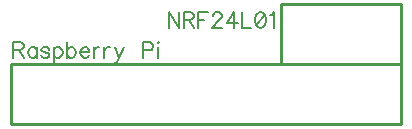
<source format=gbr>
G04 DipTrace 2.4.0.1*
%INTopSilk.gbr*%
%MOIN*%
%ADD10C,0.0098*%
%ADD28C,0.0077*%
%FSLAX44Y44*%
G04*
G70*
G90*
G75*
G01*
%LNTopSilk*%
%LPD*%
X17190Y4190D2*
D10*
Y6190D1*
X4190Y4190D2*
Y6190D1*
X17190D1*
X4190Y4190D2*
X17190D1*
X13190Y6190D2*
X17190D1*
X13190Y8190D2*
X17190D1*
X13190Y6190D2*
Y8190D1*
X17190Y6190D2*
Y8190D1*
X4263Y6683D2*
D28*
X4478D1*
X4550Y6707D1*
X4574Y6731D1*
X4598Y6779D1*
Y6827D1*
X4574Y6874D1*
X4550Y6898D1*
X4478Y6922D1*
X4263D1*
Y6420D1*
X4431Y6683D2*
X4598Y6420D1*
X5039Y6755D2*
Y6420D1*
Y6683D2*
X4992Y6731D1*
X4944Y6755D1*
X4872D1*
X4824Y6731D1*
X4777Y6683D1*
X4752Y6611D1*
Y6564D1*
X4777Y6492D1*
X4824Y6444D1*
X4872Y6420D1*
X4944D1*
X4992Y6444D1*
X5039Y6492D1*
X5457Y6683D2*
X5433Y6731D1*
X5361Y6755D1*
X5289D1*
X5218Y6731D1*
X5194Y6683D1*
X5218Y6635D1*
X5266Y6611D1*
X5385Y6587D1*
X5433Y6564D1*
X5457Y6515D1*
Y6492D1*
X5433Y6444D1*
X5361Y6420D1*
X5289D1*
X5218Y6444D1*
X5194Y6492D1*
X5611Y6755D2*
Y6252D1*
Y6683D2*
X5659Y6730D1*
X5707Y6755D1*
X5779D1*
X5827Y6730D1*
X5874Y6683D1*
X5899Y6611D1*
Y6563D1*
X5874Y6492D1*
X5827Y6444D1*
X5779Y6420D1*
X5707D1*
X5659Y6444D1*
X5611Y6492D1*
X6053Y6922D2*
Y6420D1*
Y6683D2*
X6101Y6731D1*
X6149Y6755D1*
X6220D1*
X6268Y6731D1*
X6316Y6683D1*
X6340Y6611D1*
Y6564D1*
X6316Y6492D1*
X6268Y6444D1*
X6220Y6420D1*
X6149D1*
X6101Y6444D1*
X6053Y6492D1*
X6494Y6611D2*
X6781D1*
Y6659D1*
X6757Y6707D1*
X6734Y6731D1*
X6685Y6755D1*
X6614D1*
X6566Y6731D1*
X6518Y6683D1*
X6494Y6611D1*
Y6564D1*
X6518Y6492D1*
X6566Y6444D1*
X6614Y6420D1*
X6685D1*
X6734Y6444D1*
X6781Y6492D1*
X6935Y6755D2*
Y6420D1*
Y6611D2*
X6960Y6683D1*
X7007Y6731D1*
X7055Y6755D1*
X7127D1*
X7282D2*
Y6420D1*
Y6611D2*
X7306Y6683D1*
X7354Y6731D1*
X7402Y6755D1*
X7473D1*
X7652D2*
X7795Y6420D1*
X7748Y6324D1*
X7700Y6276D1*
X7652Y6252D1*
X7628D1*
X7939Y6755D2*
X7795Y6420D1*
X8579Y6659D2*
X8795D1*
X8866Y6683D1*
X8891Y6707D1*
X8914Y6755D1*
Y6827D1*
X8891Y6874D1*
X8866Y6898D1*
X8795Y6922D1*
X8579D1*
Y6420D1*
X9069Y6922D2*
X9093Y6898D1*
X9117Y6922D1*
X9093Y6947D1*
X9069Y6922D1*
X9093Y6755D2*
Y6420D1*
X9776Y7922D2*
Y7420D1*
X9441Y7922D1*
Y7420D1*
X9931Y7683D2*
X10146D1*
X10218Y7707D1*
X10242Y7731D1*
X10266Y7779D1*
Y7827D1*
X10242Y7874D1*
X10218Y7898D1*
X10146Y7922D1*
X9931D1*
Y7420D1*
X10098Y7683D2*
X10266Y7420D1*
X10731Y7922D2*
X10420D1*
Y7420D1*
Y7683D2*
X10611D1*
X10910Y7802D2*
Y7826D1*
X10934Y7874D1*
X10957Y7898D1*
X11006Y7922D1*
X11101D1*
X11149Y7898D1*
X11172Y7874D1*
X11197Y7826D1*
Y7779D1*
X11172Y7730D1*
X11125Y7659D1*
X10886Y7420D1*
X11221D1*
X11614D2*
Y7922D1*
X11375Y7587D1*
X11734D1*
X11888Y7922D2*
Y7420D1*
X12175D1*
X12473Y7922D2*
X12401Y7898D1*
X12353Y7826D1*
X12329Y7707D1*
Y7635D1*
X12353Y7515D1*
X12401Y7444D1*
X12473Y7420D1*
X12521D1*
X12592Y7444D1*
X12640Y7515D1*
X12664Y7635D1*
Y7707D1*
X12640Y7826D1*
X12592Y7898D1*
X12521Y7922D1*
X12473D1*
X12640Y7826D2*
X12353Y7515D1*
X12819Y7826D2*
X12867Y7850D1*
X12939Y7922D1*
Y7420D1*
M02*

</source>
